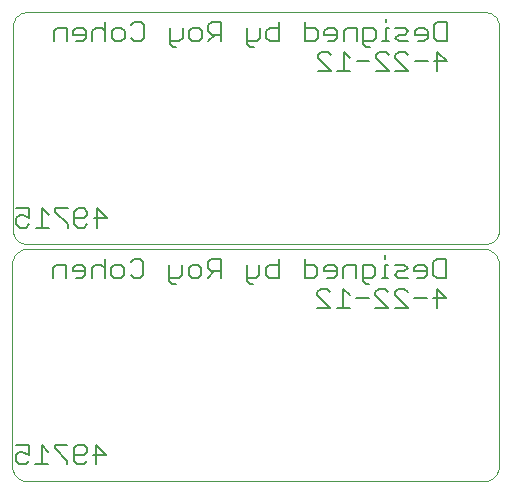
<source format=gbo>
G75*
G70*
%OFA0B0*%
%FSLAX24Y24*%
%IPPOS*%
%LPD*%
%AMOC8*
5,1,8,0,0,1.08239X$1,22.5*
%
%ADD10C,0.0000*%
%ADD11C,0.0060*%
D10*
X000800Y000550D02*
X016020Y000550D01*
X016064Y000552D01*
X016107Y000558D01*
X016149Y000567D01*
X016191Y000580D01*
X016231Y000597D01*
X016270Y000617D01*
X016307Y000640D01*
X016341Y000667D01*
X016374Y000696D01*
X016403Y000729D01*
X016430Y000763D01*
X016453Y000800D01*
X016473Y000839D01*
X016490Y000879D01*
X016503Y000921D01*
X016512Y000963D01*
X016518Y001006D01*
X016520Y001050D01*
X016520Y007796D01*
X016518Y007840D01*
X016512Y007883D01*
X016503Y007925D01*
X016490Y007967D01*
X016473Y008007D01*
X016453Y008046D01*
X016430Y008083D01*
X016403Y008117D01*
X016374Y008150D01*
X016341Y008179D01*
X016307Y008206D01*
X016270Y008229D01*
X016231Y008249D01*
X016191Y008266D01*
X016149Y008279D01*
X016107Y008288D01*
X016064Y008294D01*
X016020Y008296D01*
X000800Y008296D01*
X000818Y008446D02*
X016039Y008446D01*
X016083Y008448D01*
X016126Y008454D01*
X016168Y008463D01*
X016210Y008476D01*
X016250Y008493D01*
X016289Y008513D01*
X016326Y008536D01*
X016360Y008563D01*
X016393Y008592D01*
X016422Y008625D01*
X016449Y008659D01*
X016472Y008696D01*
X016492Y008735D01*
X016509Y008775D01*
X016522Y008817D01*
X016531Y008859D01*
X016537Y008902D01*
X016539Y008946D01*
X016539Y015692D01*
X016537Y015736D01*
X016531Y015779D01*
X016522Y015821D01*
X016509Y015863D01*
X016492Y015903D01*
X016472Y015942D01*
X016449Y015979D01*
X016422Y016013D01*
X016393Y016046D01*
X016360Y016075D01*
X016326Y016102D01*
X016289Y016125D01*
X016250Y016145D01*
X016210Y016162D01*
X016168Y016175D01*
X016126Y016184D01*
X016083Y016190D01*
X016039Y016192D01*
X000818Y016192D01*
X000774Y016190D01*
X000731Y016184D01*
X000689Y016175D01*
X000647Y016162D01*
X000607Y016145D01*
X000568Y016125D01*
X000531Y016102D01*
X000497Y016075D01*
X000464Y016046D01*
X000435Y016013D01*
X000408Y015979D01*
X000385Y015942D01*
X000365Y015903D01*
X000348Y015863D01*
X000335Y015821D01*
X000326Y015779D01*
X000320Y015736D01*
X000318Y015692D01*
X000318Y008946D01*
X000320Y008902D01*
X000326Y008859D01*
X000335Y008817D01*
X000348Y008775D01*
X000365Y008735D01*
X000385Y008696D01*
X000408Y008659D01*
X000435Y008625D01*
X000464Y008592D01*
X000497Y008563D01*
X000531Y008536D01*
X000568Y008513D01*
X000607Y008493D01*
X000647Y008476D01*
X000689Y008463D01*
X000731Y008454D01*
X000774Y008448D01*
X000818Y008446D01*
X000800Y008296D02*
X000756Y008294D01*
X000713Y008288D01*
X000671Y008279D01*
X000629Y008266D01*
X000589Y008249D01*
X000550Y008229D01*
X000513Y008206D01*
X000479Y008179D01*
X000446Y008150D01*
X000417Y008117D01*
X000390Y008083D01*
X000367Y008046D01*
X000347Y008007D01*
X000330Y007967D01*
X000317Y007925D01*
X000308Y007883D01*
X000302Y007840D01*
X000300Y007796D01*
X000300Y001050D01*
X000302Y001006D01*
X000308Y000963D01*
X000317Y000921D01*
X000330Y000879D01*
X000347Y000839D01*
X000367Y000800D01*
X000390Y000763D01*
X000417Y000729D01*
X000446Y000696D01*
X000479Y000667D01*
X000513Y000640D01*
X000550Y000617D01*
X000589Y000597D01*
X000629Y000580D01*
X000671Y000567D01*
X000713Y000558D01*
X000756Y000552D01*
X000800Y000550D01*
D11*
X000745Y001110D02*
X000532Y001110D01*
X000425Y001217D01*
X000425Y001430D01*
X000532Y001537D01*
X000638Y001537D01*
X000852Y001430D01*
X000852Y001751D01*
X000425Y001751D01*
X000852Y001217D02*
X000745Y001110D01*
X001069Y001110D02*
X001496Y001110D01*
X001283Y001110D02*
X001283Y001751D01*
X001496Y001537D01*
X001714Y001644D02*
X002141Y001217D01*
X002141Y001110D01*
X002358Y001217D02*
X002358Y001644D01*
X002465Y001751D01*
X002679Y001751D01*
X002785Y001644D01*
X002785Y001537D01*
X002679Y001430D01*
X002358Y001430D01*
X002358Y001217D02*
X002465Y001110D01*
X002679Y001110D01*
X002785Y001217D01*
X003003Y001430D02*
X003430Y001430D01*
X003110Y001751D01*
X003110Y001110D01*
X002141Y001751D02*
X001714Y001751D01*
X001714Y001644D01*
X005641Y007116D02*
X005748Y007116D01*
X005641Y007116D02*
X005534Y007223D01*
X005534Y007757D01*
X005961Y007757D02*
X005961Y007437D01*
X005854Y007330D01*
X005534Y007330D01*
X006179Y007437D02*
X006179Y007650D01*
X006285Y007757D01*
X006499Y007757D01*
X006606Y007650D01*
X006606Y007437D01*
X006499Y007330D01*
X006285Y007330D01*
X006179Y007437D01*
X006823Y007330D02*
X007037Y007544D01*
X006930Y007544D02*
X007250Y007544D01*
X007250Y007330D02*
X007250Y007971D01*
X006930Y007971D01*
X006823Y007864D01*
X006823Y007650D01*
X006930Y007544D01*
X008112Y007757D02*
X008112Y007223D01*
X008219Y007116D01*
X008326Y007116D01*
X008433Y007330D02*
X008112Y007330D01*
X008433Y007330D02*
X008539Y007437D01*
X008539Y007757D01*
X008757Y007650D02*
X008757Y007437D01*
X008864Y007330D01*
X009184Y007330D01*
X009184Y007971D01*
X009184Y007757D02*
X008864Y007757D01*
X008757Y007650D01*
X010046Y007757D02*
X010366Y007757D01*
X010473Y007650D01*
X010473Y007437D01*
X010366Y007330D01*
X010046Y007330D01*
X010046Y007971D01*
X010691Y007650D02*
X010691Y007544D01*
X011118Y007544D01*
X011118Y007650D02*
X011011Y007757D01*
X010797Y007757D01*
X010691Y007650D01*
X010797Y007330D02*
X011011Y007330D01*
X011118Y007437D01*
X011118Y007650D01*
X011335Y007650D02*
X011335Y007330D01*
X011335Y007650D02*
X011442Y007757D01*
X011762Y007757D01*
X011762Y007330D01*
X011980Y007330D02*
X012300Y007330D01*
X012407Y007437D01*
X012407Y007650D01*
X012300Y007757D01*
X011980Y007757D01*
X011980Y007223D01*
X012086Y007116D01*
X012193Y007116D01*
X012409Y006864D02*
X012516Y006971D01*
X012730Y006971D01*
X012836Y006864D01*
X013054Y006864D02*
X013054Y006757D01*
X013481Y006330D01*
X013054Y006330D01*
X012836Y006330D02*
X012409Y006757D01*
X012409Y006864D01*
X012192Y006650D02*
X011765Y006650D01*
X011547Y006757D02*
X011334Y006971D01*
X011334Y006330D01*
X011547Y006330D02*
X011120Y006330D01*
X010903Y006330D02*
X010476Y006757D01*
X010476Y006864D01*
X010582Y006971D01*
X010796Y006971D01*
X010903Y006864D01*
X010903Y006330D02*
X010476Y006330D01*
X012409Y006330D02*
X012836Y006330D01*
X013054Y006864D02*
X013161Y006971D01*
X013374Y006971D01*
X013481Y006864D01*
X013698Y006650D02*
X014125Y006650D01*
X014343Y006650D02*
X014770Y006650D01*
X014450Y006971D01*
X014450Y006330D01*
X014450Y007330D02*
X014343Y007437D01*
X014343Y007864D01*
X014450Y007971D01*
X014770Y007971D01*
X014770Y007330D01*
X014450Y007330D01*
X014125Y007437D02*
X014125Y007650D01*
X014019Y007757D01*
X013805Y007757D01*
X013698Y007650D01*
X013698Y007544D01*
X014125Y007544D01*
X014125Y007437D02*
X014019Y007330D01*
X013805Y007330D01*
X013481Y007330D02*
X013161Y007330D01*
X013054Y007437D01*
X013161Y007544D01*
X013374Y007544D01*
X013481Y007650D01*
X013374Y007757D01*
X013054Y007757D01*
X012836Y007757D02*
X012730Y007757D01*
X012730Y007330D01*
X012836Y007330D02*
X012623Y007330D01*
X012730Y007971D02*
X012730Y008077D01*
X012855Y014226D02*
X012428Y014226D01*
X012210Y014547D02*
X011783Y014547D01*
X011566Y014653D02*
X011352Y014867D01*
X011352Y014226D01*
X011139Y014226D02*
X011566Y014226D01*
X010921Y014226D02*
X010494Y014653D01*
X010494Y014760D01*
X010601Y014867D01*
X010814Y014867D01*
X010921Y014760D01*
X010816Y015226D02*
X011029Y015226D01*
X011136Y015333D01*
X011136Y015547D01*
X011029Y015653D01*
X010816Y015653D01*
X010709Y015547D01*
X010709Y015440D01*
X011136Y015440D01*
X011354Y015547D02*
X011460Y015653D01*
X011781Y015653D01*
X011781Y015226D01*
X011998Y015226D02*
X012318Y015226D01*
X012425Y015333D01*
X012425Y015547D01*
X012318Y015653D01*
X011998Y015653D01*
X011998Y015120D01*
X012105Y015013D01*
X012212Y015013D01*
X012428Y014760D02*
X012535Y014867D01*
X012748Y014867D01*
X012855Y014760D01*
X013072Y014760D02*
X013072Y014653D01*
X013499Y014226D01*
X013072Y014226D01*
X012855Y014226D02*
X012428Y014653D01*
X012428Y014760D01*
X012641Y015226D02*
X012855Y015226D01*
X012748Y015226D02*
X012748Y015653D01*
X012855Y015653D01*
X012748Y015867D02*
X012748Y015974D01*
X013072Y015653D02*
X013393Y015653D01*
X013499Y015547D01*
X013393Y015440D01*
X013179Y015440D01*
X013072Y015333D01*
X013179Y015226D01*
X013499Y015226D01*
X013717Y015440D02*
X014144Y015440D01*
X014144Y015333D02*
X014144Y015547D01*
X014037Y015653D01*
X013824Y015653D01*
X013717Y015547D01*
X013717Y015440D01*
X013824Y015226D02*
X014037Y015226D01*
X014144Y015333D01*
X014361Y015333D02*
X014361Y015760D01*
X014468Y015867D01*
X014788Y015867D01*
X014788Y015226D01*
X014468Y015226D01*
X014361Y015333D01*
X014468Y014867D02*
X014788Y014547D01*
X014361Y014547D01*
X014144Y014547D02*
X013717Y014547D01*
X013499Y014760D02*
X013393Y014867D01*
X013179Y014867D01*
X013072Y014760D01*
X014468Y014867D02*
X014468Y014226D01*
X011354Y015226D02*
X011354Y015547D01*
X010491Y015547D02*
X010491Y015333D01*
X010385Y015226D01*
X010064Y015226D01*
X010064Y015867D01*
X010064Y015653D02*
X010385Y015653D01*
X010491Y015547D01*
X009202Y015653D02*
X008882Y015653D01*
X008775Y015547D01*
X008775Y015333D01*
X008882Y015226D01*
X009202Y015226D01*
X009202Y015867D01*
X008558Y015653D02*
X008558Y015333D01*
X008451Y015226D01*
X008131Y015226D01*
X008131Y015120D02*
X008238Y015013D01*
X008344Y015013D01*
X008131Y015120D02*
X008131Y015653D01*
X007269Y015440D02*
X006948Y015440D01*
X006842Y015547D01*
X006842Y015760D01*
X006948Y015867D01*
X007269Y015867D01*
X007269Y015226D01*
X007055Y015440D02*
X006842Y015226D01*
X006624Y015333D02*
X006517Y015226D01*
X006304Y015226D01*
X006197Y015333D01*
X006197Y015547D01*
X006304Y015653D01*
X006517Y015653D01*
X006624Y015547D01*
X006624Y015333D01*
X005980Y015333D02*
X005873Y015226D01*
X005553Y015226D01*
X005553Y015120D02*
X005659Y015013D01*
X005766Y015013D01*
X005553Y015120D02*
X005553Y015653D01*
X005980Y015653D02*
X005980Y015333D01*
X004691Y015333D02*
X004584Y015226D01*
X004370Y015226D01*
X004264Y015333D01*
X004046Y015333D02*
X004046Y015547D01*
X003939Y015653D01*
X003726Y015653D01*
X003619Y015547D01*
X003619Y015333D01*
X003726Y015226D01*
X003939Y015226D01*
X004046Y015333D01*
X004264Y015760D02*
X004370Y015867D01*
X004584Y015867D01*
X004691Y015760D01*
X004691Y015333D01*
X003401Y015226D02*
X003401Y015867D01*
X003295Y015653D02*
X003081Y015653D01*
X002974Y015547D01*
X002974Y015226D01*
X002757Y015333D02*
X002757Y015547D01*
X002650Y015653D01*
X002437Y015653D01*
X002330Y015547D01*
X002330Y015440D01*
X002757Y015440D01*
X002757Y015333D02*
X002650Y015226D01*
X002437Y015226D01*
X002112Y015226D02*
X002112Y015653D01*
X001792Y015653D01*
X001685Y015547D01*
X001685Y015226D01*
X003295Y015653D02*
X003401Y015547D01*
X003128Y009647D02*
X003448Y009327D01*
X003021Y009327D01*
X002804Y009433D02*
X002804Y009540D01*
X002697Y009647D01*
X002484Y009647D01*
X002377Y009540D01*
X002377Y009113D01*
X002484Y009006D01*
X002697Y009006D01*
X002804Y009113D01*
X002697Y009327D02*
X002377Y009327D01*
X002159Y009113D02*
X002159Y009006D01*
X002159Y009113D02*
X001732Y009540D01*
X001732Y009647D01*
X002159Y009647D01*
X002697Y009327D02*
X002804Y009433D01*
X003128Y009647D02*
X003128Y009006D01*
X003383Y007971D02*
X003383Y007330D01*
X003600Y007437D02*
X003600Y007650D01*
X003707Y007757D01*
X003921Y007757D01*
X004028Y007650D01*
X004028Y007437D01*
X003921Y007330D01*
X003707Y007330D01*
X003600Y007437D01*
X003383Y007650D02*
X003276Y007757D01*
X003063Y007757D01*
X002956Y007650D01*
X002956Y007330D01*
X002738Y007437D02*
X002738Y007650D01*
X002632Y007757D01*
X002418Y007757D01*
X002311Y007650D01*
X002311Y007544D01*
X002738Y007544D01*
X002738Y007437D02*
X002632Y007330D01*
X002418Y007330D01*
X002094Y007330D02*
X002094Y007757D01*
X001774Y007757D01*
X001667Y007650D01*
X001667Y007330D01*
X001515Y009006D02*
X001088Y009006D01*
X001301Y009006D02*
X001301Y009647D01*
X001515Y009433D01*
X000870Y009327D02*
X000657Y009433D01*
X000550Y009433D01*
X000443Y009327D01*
X000443Y009113D01*
X000550Y009006D01*
X000764Y009006D01*
X000870Y009113D01*
X000870Y009327D02*
X000870Y009647D01*
X000443Y009647D01*
X004245Y007864D02*
X004352Y007971D01*
X004565Y007971D01*
X004672Y007864D01*
X004672Y007437D01*
X004565Y007330D01*
X004352Y007330D01*
X004245Y007437D01*
X010494Y014226D02*
X010921Y014226D01*
M02*

</source>
